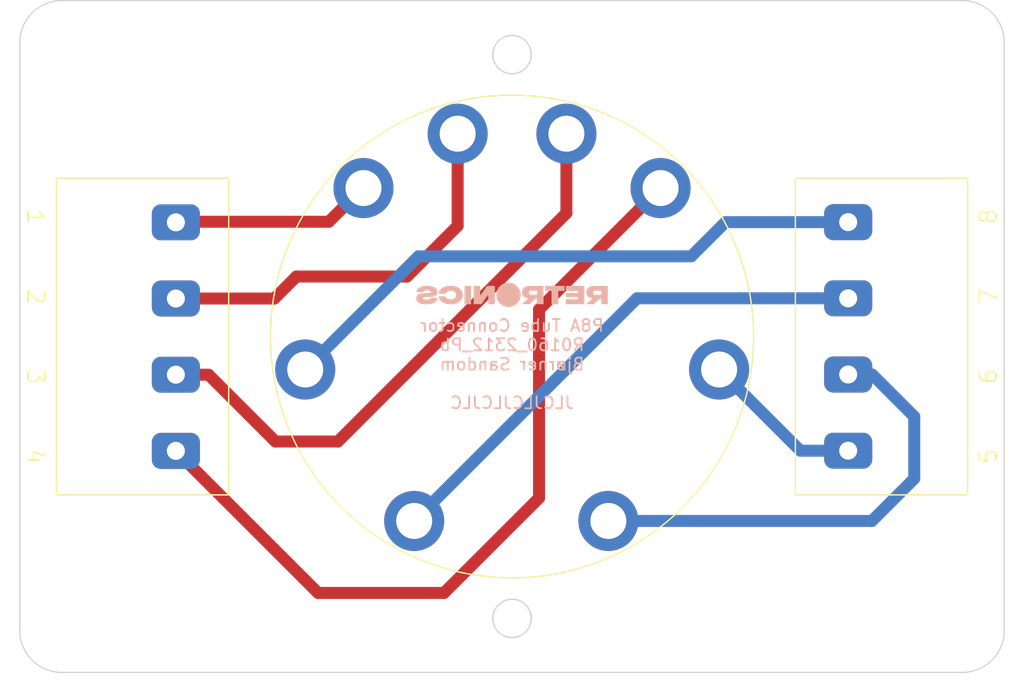
<source format=kicad_pcb>
(kicad_pcb (version 20221018) (generator pcbnew)
  (layers (0 "F.Cu" signal) (31 "B.Cu" signal) (34 "B.Paste" user) (35 "F.Paste" user) (36 "B.SilkS" user "B.Silkscreen") (37 "F.SilkS" user "F.Silkscreen") (38 "B.Mask" user) (39 "F.Mask" user) (44 "Edge.Cuts" user))
  (net 0 "")
  (net 1 "Net-(J1-Pin_1)")
  (net 2 "Net-(J1-Pin_2)")
  (net 3 "Net-(J1-Pin_3)")
  (net 4 "Net-(J1-Pin_4)")
  (net 5 "Net-(J1-Pin_5)")
  (net 6 "Net-(J1-Pin_6)")
  (net 7 "Net-(J1-Pin_7)")
  (net 8 "Net-(J1-Pin_8)")
  (footprint "MountingHole:MountingHole_3.2mm_M3" (layer "F.Cu") (at 89.5 123.5)
    (fp_text reference "H3" hide)
    (fp_text value "MountingHole")
    (pad "" np_thru_hole circle (at 0 0) (size 3.2 3.2) (drill 3.2) (layers "*.Cu" "*.Mask"))
  )
  (footprint "MountingHole:MountingHole_3.2mm_M3" (layer "F.Cu") (at 164.5 123.5)
    (fp_text reference "H4" hide)
    (fp_text value "MountingHole")
    (pad "" np_thru_hole circle locked (at 0 0) (size 3.2 3.2) (drill 3.2) (layers "*.Cu" "*.Mask"))
  )
  (footprint "Retronics_Connectors:TubeSocket_P8A" (layer "F.Cu") (at 127 99)
    (fp_text reference "J1" hide)
    (fp_text value "P8A Socket")
    (fp_circle (center 0 0) (end 0 20.12) (stroke (width 0.12)) (fill none) (layer "F.SilkS"))
    (fp_circle (center 0 -23.5) (end 1.6 -23.5) (stroke (width 0.12)) (fill none) (layer "Edge.Cuts"))
    (fp_circle (center 0 23.5) (end 1.6 23.5) (stroke (width 0.12)) (fill none) (layer "Edge.Cuts"))
    (pad "1" thru_hole oval locked (at -12.374368 -12.374368) (size 5 5) (drill 3) (layers "*.Cu" "*.Mask") (net 1 "Net-(J1-Pin_1)"))
    (pad "2" thru_hole oval locked (at -4.529333 -16.903701) (size 5 5) (drill 3) (layers "*.Cu" "*.Mask") (net 2 "Net-(J1-Pin_2)"))
    (pad "3" thru_hole oval locked (at 4.529333 -16.903701) (size 5 5) (drill 3) (layers "*.Cu" "*.Mask") (net 3 "Net-(J1-Pin_3)"))
    (pad "4" thru_hole oval locked (at 12.374368 -12.374368) (size 5 5) (drill 3) (layers "*.Cu" "*.Mask") (net 4 "Net-(J1-Pin_4)"))
    (pad "5" thru_hole oval locked (at 17.25 2.75) (size 5 5) (drill 3) (layers "*.Cu" "*.Mask") (net 5 "Net-(J1-Pin_5)"))
    (pad "6" thru_hole oval locked (at 8.025 15.375) (size 5 5) (drill 3) (layers "*.Cu" "*.Mask") (net 6 "Net-(J1-Pin_6)"))
    (pad "7" thru_hole oval locked (at -8.15 15.375) (size 5 5) (drill 3) (layers "*.Cu" "*.Mask") (net 7 "Net-(J1-Pin_7)"))
    (pad "8" thru_hole oval locked (at -17.225 2.75) (size 5 5) (drill 3) (layers "*.Cu" "*.Mask") (net 8 "Net-(J1-Pin_8)"))
  )
  (footprint "MountingHole:MountingHole_3.2mm_M3" (layer "F.Cu") (at 89.5 74.5)
    (fp_text reference "H1" hide)
    (fp_text value "MountingHole")
    (pad "" np_thru_hole circle (at 0 0) (size 3.2 3.2) (drill 3.2) (layers "*.Cu" "*.Mask"))
  )
  (footprint "Retronics_Connectors:ScrewTerminal_JL635_4" (layer "F.Cu") (at 155 108.517 90)
    (fp_text reference "J3" hide)
    (fp_text value "ScrewTerminal")
    (fp_line (start -3.683 -4.4) (end -3.683 9.95) (stroke (width 0.12)) (layer "F.SilkS"))
    (fp_line (start -3.683 -4.4) (end 22.717 -4.4) (stroke (width 0.12)) (layer "F.SilkS"))
    (fp_line (start -3.683 9.95) (end 22.717 9.95) (stroke (width 0.12)) (layer "F.SilkS"))
    (fp_line (start 22.717 -4.4) (end 22.717 9.95) (stroke (width 0.12)) (layer "F.SilkS"))
    (pad "1" thru_hole roundrect (at 0 0 90) (size 3 4) (drill 1.5) (layers "*.Cu" "*.Mask") (net 5 "Net-(J1-Pin_5)"))
    (pad "2" thru_hole roundrect (at 6.35 0 90) (size 3 4) (drill 1.5) (layers "*.Cu" "*.Mask") (net 6 "Net-(J1-Pin_6)"))
    (pad "3" thru_hole roundrect (at 12.7 0 90) (size 3 4) (drill 1.5) (layers "*.Cu" "*.Mask") (net 7 "Net-(J1-Pin_7)"))
    (pad "4" thru_hole roundrect (at 19.05 0 90) (size 3 4) (drill 1.5) (layers "*.Cu" "*.Mask") (net 8 "Net-(J1-Pin_8)"))
  )
  (footprint "MountingHole:MountingHole_3.2mm_M3" (layer "F.Cu") (at 164.5 74.5)
    (fp_text reference "H2" hide)
    (fp_text value "MountingHole")
    (pad "" np_thru_hole circle (at 0 0) (size 3.2 3.2) (drill 3.2) (layers "*.Cu" "*.Mask"))
  )
  (footprint "Retronics_Connectors:ScrewTerminal_JL635_4" (layer "F.Cu") (at 99 89.483 -90)
    (fp_text reference "J2" hide)
    (fp_text value "ScrewTerminal")
    (fp_line (start -3.683 -4.4) (end -3.683 9.95) (stroke (width 0.12)) (layer "F.SilkS"))
    (fp_line (start -3.683 -4.4) (end 22.717 -4.4) (stroke (width 0.12)) (layer "F.SilkS"))
    (fp_line (start -3.683 9.95) (end 22.717 9.95) (stroke (width 0.12)) (layer "F.SilkS"))
    (fp_line (start 22.717 -4.4) (end 22.717 9.95) (stroke (width 0.12)) (layer "F.SilkS"))
    (pad "1" thru_hole roundrect (at 0 0 270) (size 3 4) (drill 1.5) (layers "*.Cu" "*.Mask") (net 1 "Net-(J1-Pin_1)"))
    (pad "2" thru_hole roundrect (at 6.35 0 270) (size 3 4) (drill 1.5) (layers "*.Cu" "*.Mask") (net 2 "Net-(J1-Pin_2)"))
    (pad "3" thru_hole roundrect (at 12.7 0 270) (size 3 4) (drill 1.5) (layers "*.Cu" "*.Mask") (net 3 "Net-(J1-Pin_3)"))
    (pad "4" thru_hole roundrect (at 19.05 0 270) (size 3 4) (drill 1.5) (layers "*.Cu" "*.Mask") (net 4 "Net-(J1-Pin_4)"))
  )
  (footprint "Icons_Graphics:retronics_logo_18mm" (layer "B.Cu") (at 126.995721 95.5 180)
    (fp_text reference "G***" hide)
    (fp_text value "LOGO" hide)
    (fp_poly (pts (xy 3.955266 -0.805436) (xy 3.40872 -0.805436) (xy 3.40872 0.71914) (xy 3.955266 0.71914)) (fill solid) (layer "B.SilkS"))
    (fp_poly (pts (xy -2.761495 0.302039) (xy -3.293658 0.302039) (xy -3.293658 -0.805436) (xy -3.854587 -0.805436) (xy -3.854587 0.302039) (xy -4.38675 0.302039) (xy -4.38675 0.71914) (xy -2.761495 0.71914)) (fill solid) (layer "B.SilkS"))
    (fp_poly (pts (xy -4.48743 0.302416) (xy -4.98004 0.298632) (xy -5.472651 0.294847) (xy -5.481277 0.129445) (xy -4.48743 0.129445) (xy -4.48743 -0.229747) (xy -4.98004 -0.233531) (xy -5.472651 -0.237316) (xy -5.476998 -0.312825) (xy -5.481345 -0.388335) (xy -4.48743 -0.388335) (xy -4.48743 -0.805436) (xy -6.026388 -0.805436) (xy -6.026388 0.71914) (xy -4.48743 0.71914)) (fill solid) (layer "B.SilkS"))
    (fp_poly (pts (xy 3.192978 -0.805436) (xy 2.872961 -0.805087) (xy 2.552944 -0.804739) (xy 2.280299 -0.423734) (xy 2.214135 -0.332041) (xy 2.152853 -0.248582) (xy 2.098533 -0.176073) (xy 2.053252 -0.117232) (xy 2.019088 -0.074775) (xy 1.998121 -0.051418) (xy 1.992644 -0.047726) (xy 1.987361 -0.063863) (xy 1.98283 -0.10803) (xy 1.979086 -0.1795) (xy 1.976165 -0.277548) (xy 1.974102 -0.401446) (xy 1.973798 -0.429079) (xy 1.969964 -0.805436) (xy 1.423895 -0.805436) (xy 1.423895 0.71914) (xy 1.751104 0.718799) (xy 2.078312 0.718459) (xy 2.344394 0.32352) (xy 2.408635 0.22894) (xy 2.468368 0.142469) (xy 2.521582 0.066903) (xy 2.566267 0.00504) (xy 2.600413 -0.040323) (xy 2.622008 -0.06639) (xy 2.628454 -0.071666) (xy 2.63402 -0.065491) (xy 2.638394 -0.045108) (xy 2.641692 -0.007986) (xy 2.644028 0.048404) (xy 2.645517 0.126594) (xy 2.646275 0.229114) (xy 2.646432 0.323613) (xy 2.646432 0.71914) (xy 3.192978 0.71914)) (fill solid) (layer "B.SilkS"))
    (fp_poly (pts (xy 0.396381 0.986764) (xy 0.497528 0.971676) (xy 0.562636 0.95378) (xy 0.640126 0.926853) (xy 0.717076 0.89555) (xy 0.747204 0.881701) (xy 0.813643 0.847917) (xy 0.867514 0.815016) (xy 0.917634 0.776569) (xy 0.97282 0.726144) (xy 1.007961 0.69154) (xy 1.067562 0.629926) (xy 1.111702 0.578155) (xy 1.14681 0.527411) (xy 1.179317 0.468877) (xy 1.198121 0.430784) (xy 1.25434 0.297431) (xy 1.28943 0.1717) (xy 1.30539 0.04411) (xy 1.305202 -0.077163) (xy 1.283079 -0.246235) (xy 1.235265 -0.405192) (xy 1.163705 -0.551795) (xy 1.070343 -0.683805) (xy 0.957124 -0.798984) (xy 0.825993 -0.895094) (xy 0.678894 -0.969895) (xy 0.517771 -1.02115) (xy 0.477875 -1.029575) (xy 0.394573 -1.041211) (xy 0.303279 -1.047051) (xy 0.215925 -1.04673) (xy 0.144443 -1.039883) (xy 0.143827 -1.039777) (xy -0.027482 -0.996382) (xy -0.185131 -0.928824) (xy -0.327192 -0.838507) (xy -0.451737 -0.726835) (xy -0.556839 -0.595212) (xy -0.623335 -0.48109) (xy -0.685736 -0.326396) (xy -0.721165 -0.16846) (xy -0.730784 -0.010032) (xy -0.715754 0.146135) (xy -0.677238 0.297291) (xy -0.616396 0.440685) (xy -0.534392 0.573564) (xy -0.432388 0.693179) (xy -0.311544 0.796778) (xy -0.173023 0.881609) (xy -0.021575 0.943777) (xy 0.111868 0.975467) (xy 0.254957 0.989999)) (fill solid) (layer "B.SilkS"))
    (fp_poly (pts (xy -7.360391 0.719031) (xy -7.214601 0.718652) (xy -7.078431 0.71761) (xy -6.95497 0.715971) (xy -6.847304 0.713798) (xy -6.758519 0.711157) (xy -6.691704 0.708113) (xy -6.649946 0.704729) (xy -6.644848 0.704014) (xy -6.518565 0.671802) (xy -6.409212 0.618883) (xy -6.318886 0.546699) (xy -6.249684 0.456691) (xy -6.22947 0.418345) (xy -6.211939 0.377559) (xy -6.200811 0.339872) (xy -6.194687 0.296666) (xy -6.192164 0.239323) (xy -6.19179 0.186636) (xy -6.192403 0.11669) (xy -6.195374 0.066614) (xy -6.202402 0.027518) (xy -6.215184 -0.009487) (xy -6.235419 -0.053288) (xy -6.239036 -0.060656) (xy -6.298871 -0.153859) (xy -6.377441 -0.227087) (xy -6.476398 -0.281543) (xy -6.591569 -0.317154) (xy -6.636989 -0.328463) (xy -6.669495 -0.338839) (xy -6.680519 -0.344725) (xy -6.671639 -0.356182) (xy -6.643701 -0.3835) (xy -6.599647 -0.424005) (xy -6.54242 -0.475026) (xy -6.47496 -0.533889) (xy -6.425941 -0.576009) (xy -6.165769 -0.798244) (xy -6.499907 -0.802108) (xy -6.834045 -0.805971) (xy -7.078935 -0.571983) (xy -7.157382 -0.497324) (xy -7.218255 -0.440385) (xy -7.264567 -0.398795) (xy -7.299331 -0.370184) (xy -7.325559 -0.35218) (xy -7.346265 -0.342412) (xy -7.364461 -0.338509) (xy -7.376268 -0.337995) (xy -7.428709 -0.337995) (xy -7.432661 -0.571715) (xy -7.436613 -0.805436) (xy -7.982447 -0.805436) (xy -7.982447 -0.014382) (xy -7.436843 -0.014382) (xy -7.159503 -0.01436) (xy -7.059696 -0.013999) (xy -6.984202 -0.012707) (xy -6.928572 -0.010142) (xy -6.888359 -0.005962) (xy -6.859117 0.000174) (xy -6.836397 0.008608) (xy -6.831824 0.01081) (xy -6.786806 0.047738) (xy -6.760221 0.099328) (xy -6.752345 0.15793) (xy -6.763456 0.215893) (xy -6.79383 0.265568) (xy -6.821768 0.288427) (xy -6.839827 0.298198) (xy -6.860415 0.305321) (xy -6.887956 0.310128) (xy -6.926872 0.312951) (xy -6.981587 0.314122) (xy -7.056522 0.313973) (xy -7.148245 0.312941) (xy -7.428709 0.30923) (xy -7.436843 -0.014382) (xy -7.982447 -0.014382) (xy -7.982447 0.71914)) (fill solid) (layer "B.SilkS"))
    (fp_poly (pts (xy -2.009995 0.719031) (xy -1.864205 0.718652) (xy -1.728035 0.71761) (xy -1.604574 0.715971) (xy -1.496907 0.713798) (xy -1.408123 0.711157) (xy -1.341308 0.708113) (xy -1.299549 0.704729) (xy -1.294451 0.704014) (xy -1.168169 0.671802) (xy -1.058815 0.618883) (xy -0.968489 0.546699) (xy -0.899288 0.456691) (xy -0.879074 0.418345) (xy -0.861542 0.377559) (xy -0.850415 0.339872) (xy -0.844291 0.296666) (xy -0.841767 0.239323) (xy -0.841393 0.186636) (xy -0.842006 0.11669) (xy -0.844978 0.066614) (xy -0.852005 0.027518) (xy -0.864788 -0.009487) (xy -0.885023 -0.053288) (xy -0.88864 -0.060656) (xy -0.948474 -0.153859) (xy -1.027045 -0.227087) (xy -1.126002 -0.281543) (xy -1.241172 -0.317154) (xy -1.286593 -0.328463) (xy -1.319099 -0.338839) (xy -1.330123 -0.344725) (xy -1.321243 -0.356182) (xy -1.293305 -0.3835) (xy -1.249251 -0.424005) (xy -1.192023 -0.475026) (xy -1.124563 -0.533889) (xy -1.075544 -0.576009) (xy -0.815373 -0.798244) (xy -1.149511 -0.802108) (xy -1.483649 -0.805971) (xy -1.728539 -0.571983) (xy -1.806986 -0.497324) (xy -1.867859 -0.440385) (xy -1.914171 -0.398795) (xy -1.948934 -0.370184) (xy -1.975163 -0.35218) (xy -1.995869 -0.342412) (xy -2.014065 -0.338509) (xy -2.025871 -0.337995) (xy -2.078313 -0.337995) (xy -2.082265 -0.571715) (xy -2.086217 -0.805436) (xy -2.63205 -0.805436) (xy -2.63205 -0.014382) (xy -2.086447 -0.014382) (xy -1.809107 -0.01436) (xy -1.7093 -0.013999) (xy -1.633805 -0.012707) (xy -1.578175 -0.010142) (xy -1.537963 -0.005962) (xy -1.508721 0.000174) (xy -1.486001 0.008608) (xy -1.481427 0.01081) (xy -1.43641 0.047738) (xy -1.409824 0.099328) (xy -1.401948 0.15793) (xy -1.413059 0.215893) (xy -1.443434 0.265568) (xy -1.471371 0.288427) (xy -1.489431 0.298198) (xy -1.510019 0.305321) (xy -1.53756 0.310128) (xy -1.576476 0.312951) (xy -1.63119 0.314122) (xy -1.706125 0.313973) (xy -1.797849 0.312941) (xy -2.078313 0.30923) (xy -2.086447 -0.014382) (xy -2.63205 -0.014382) (xy -2.63205 0.71914)) (fill solid) (layer "B.SilkS"))
    (fp_poly (pts (xy 5.268274 0.720805) (xy 5.371739 0.711055) (xy 5.443782 0.698824) (xy 5.596378 0.655029) (xy 5.733297 0.595551) (xy 5.852418 0.522209) (xy 5.95162 0.436823) (xy 6.028782 0.341212) (xy 6.081785 0.237196) (xy 6.108259 0.128723) (xy 6.11669 0.057531) (xy 5.828 0.057531) (xy 5.730006 0.057648) (xy 5.65695 0.058251) (xy 5.605004 0.059722) (xy 5.570341 0.062442) (xy 5.549132 0.066794) (xy 5.537551 0.073158) (xy 5.53177 0.081916) (xy 5.529881 0.087242) (xy 5.514767 0.116084) (xy 5.487985 0.153286) (xy 5.476271 0.167271) (xy 5.406635 0.226219) (xy 5.318218 0.26996) (xy 5.217096 0.297759) (xy 5.109346 0.308883) (xy 5.001045 0.302599) (xy 4.89827 0.278174) (xy 4.825424 0.245818) (xy 4.753806 0.190247) (xy 4.701546 0.117959) (xy 4.669761 0.034478) (xy 4.659567 -0.054672) (xy 4.67208 -0.143965) (xy 4.708419 -0.227877) (xy 4.724795 -0.252067) (xy 4.782225 -0.306774) (xy 4.860097 -0.348939) (xy 4.9526 -0.37777) (xy 5.053922 -0.392478) (xy 5.158248 -0.392272) (xy 5.259768 -0.37636) (xy 5.352668 -0.343951) (xy 5.362999 -0.338897) (xy 5.420507 -0.302334) (xy 5.473028 -0.255952) (xy 5.512822 -0.207423) (xy 5.529881 -0.173538) (xy 5.534211 -0.163455) (xy 5.542451 -0.155955) (xy 5.558431 -0.150657) (xy 5.585978 -0.147179) (xy 5.628922 -0.145139) (xy 5.69109 -0.144156) (xy 5.776311 -0.143848) (xy 5.827868 -0.143828) (xy 6.116425 -0.143828) (xy 6.109362 -0.206486) (xy 6.093734 -0.27431) (xy 6.063443 -0.352286) (xy 6.023388 -0.429483) (xy 5.982013 -0.490562) (xy 5.907191 -0.566575) (xy 5.809642 -0.637222) (xy 5.695323 -0.699256) (xy 5.570196 -0.74943) (xy 5.443884 -0.783748) (xy 5.365682 -0.796097) (xy 5.269733 -0.805505) (xy 5.16505 -0.811621) (xy 5.060646 -0.814093) (xy 4.965533 -0.812569) (xy 4.888724 -0.806698) (xy 4.881345 -0.80571) (xy 4.713206 -0.771125) (xy 4.560767 -0.717984) (xy 4.426259 -0.647576) (xy 4.31191 -0.561188) (xy 4.219949 -0.46011) (xy 4.180987 -0.400914) (xy 4.13122 -0.28819) (xy 4.102556 -0.16259) (xy 4.094832 -0.030609) (xy 4.107882 0.101257) (xy 4.141545 0.226515) (xy 4.195657 0.338669) (xy 4.199779 0.345196) (xy 4.276612 0.440297) (xy 4.377709 0.526182) (xy 4.499395 0.600485) (xy 4.637995 0.660841) (xy 4.739127 0.692469) (xy 4.820045 0.708175) (xy 4.921365 0.718933) (xy 5.035141 0.724672) (xy 5.153426 0.72532)) (fill solid) (layer "B.SilkS"))
    (fp_poly (pts (xy 7.230945 0.722033) (xy 7.354879 0.706754) (xy 7.457522 0.687737) (xy 7.546287 0.663146) (xy 7.628588 0.631144) (xy 7.663413 0.614853) (xy 7.772486 0.54829) (xy 7.859135 0.467067) (xy 7.921748 0.373128) (xy 7.958713 0.26842) (xy 7.961336 0.255295) (xy 7.971264 0.201359) (xy 7.405277 0.201359) (xy 7.370302 0.242925) (xy 7.320652 0.285344) (xy 7.251975 0.315509) (xy 7.161267 0.334448) (xy 7.082134 0.341629) (xy 6.981857 0.342618) (xy 6.904014 0.332441) (xy 6.844152 0.310157) (xy 6.806653 0.283377) (xy 6.778837 0.242457) (xy 6.776172 0.198685) (xy 6.798288 0.159741) (xy 6.81319 0.147755) (xy 6.828411 0.139798) (xy 6.849451 0.133413) (xy 6.879841 0.128309) (xy 6.923112 0.124188) (xy 6.982796 0.120759) (xy 7.062423 0.117725) (xy 7.165525 0.114793) (xy 7.226695 0.11328) (xy 7.344603 0.110214) (xy 7.437913 0.107086) (xy 7.510791 0.10355) (xy 7.567404 0.099257) (xy 7.611917 0.093858) (xy 7.648497 0.087005) (xy 7.68131 0.078351) (xy 7.69479 0.074154) (xy 7.789567 0.033538) (xy 7.862556 -0.021831) (xy 7.918697 -0.096078) (xy 7.934721 -0.126143) (xy 7.956286 -0.174792) (xy 7.96839 -0.218214) (xy 7.973405 -0.268381) (xy 7.973888 -0.323612) (xy 7.968398 -0.410971) (xy 7.954497 -0.477174) (xy 7.948457 -0.49293) (xy 7.906479 -0.562329) (xy 7.846533 -0.629893) (xy 7.778133 -0.68529) (xy 7.762175 -0.695241) (xy 7.664518 -0.740197) (xy 7.543949 -0.77537) (xy 7.404796 -0.800222) (xy 7.251388 -0.814218) (xy 7.088053 -0.816819) (xy 6.919118 -0.80749) (xy 6.884725 -0.804112) (xy 6.728667 -0.778744) (xy 6.587074 -0.737823) (xy 6.463547 -0.682765) (xy 6.361683 -0.614986) (xy 6.328222 -0.585035) (xy 6.277556 -0.525169) (xy 6.236095 -0.456887) (xy 6.208434 -0.389111) (xy 6.199121 -0.334399) (xy 6.19898 -0.287655) (xy 6.747383 -0.287655) (xy 6.782609 -0.329519) (xy 6.831616 -0.369759) (xy 6.902836 -0.399339) (xy 6.998079 -0.418831) (xy 7.094145 -0.427618) (xy 7.206625 -0.428876) (xy 7.293285 -0.418662) (xy 7.354804 -0.396695) (xy 7.39186 -0.362697) (xy 7.405131 -0.316388) (xy 7.40455 -0.299788) (xy 7.395173 -0.263102) (xy 7.370235 -0.238074) (xy 7.349603 -0.226551) (xy 7.327978 -0.217654) (xy 7.300889 -0.211082) (xy 7.263947 -0.206504) (xy 7.212763 -0.203587) (xy 7.142948 -0.202) (xy 7.050113 -0.201412) (xy 7.016244 -0.201381) (xy 6.857422 -0.199599) (xy 6.724161 -0.193858) (xy 6.61345 -0.183524) (xy 6.522276 -0.167964) (xy 6.447628 -0.146545) (xy 6.386494 -0.118633) (xy 6.335862 -0.083596) (xy 6.301965 -0.051174) (xy 6.244563 0.031314) (xy 6.210995 0.125143) (xy 6.201485 0.225217) (xy 6.216259 0.326437) (xy 6.255545 0.423709) (xy 6.279205 0.461865) (xy 6.344186 0.532317) (xy 6.433269 0.593627) (xy 6.542984 0.644846) (xy 6.669859 0.685024) (xy 6.810423 0.713213) (xy 6.961205 0.728464) (xy 7.118733 0.729828)) (fill solid) (layer "B.SilkS"))
  )
  (gr_arc (start 168 123.5) (mid 166.974874 125.974874) (end 164.5 127) (stroke (width 0.1)) (layer "Edge.Cuts"))
  (gr_arc (start 164.5 71) (mid 166.974874 72.025126) (end 168 74.5) (stroke (width 0.1)) (layer "Edge.Cuts"))
  (gr_line (start 89.5 127) (end 164.5 127) (stroke (width 0.1)) (layer "Edge.Cuts"))
  (gr_line (start 164.5 71) (end 89.5 71) (stroke (width 0.1)) (layer "Edge.Cuts"))
  (gr_line (start 86 74.5) (end 86 123.5) (stroke (width 0.1)) (layer "Edge.Cuts"))
  (gr_line (start 168 123.5) (end 168 74.5) (stroke (width 0.1)) (layer "Edge.Cuts"))
  (gr_arc (start 89.5 127) (mid 87.025126 125.974874) (end 86 123.5) (stroke (width 0.1)) (layer "Edge.Cuts"))
  (gr_arc (start 86 74.5) (mid 87.025126 72.025126) (end 89.5 71) (stroke (width 0.1)) (layer "Edge.Cuts"))
  (gr_text "P8A Tube Connector\nR0160_2312_Pb\nBjørner Sandom\n\nJLCJLCJLCJLC\n" (at 127 97.5) (layer "B.SilkS") (effects (font (size 1 1)) (justify top mirror)))
  (gr_text "1     2     3     4" (at 86.5 88.248332 270) (layer "F.SilkS") (effects (font (size 1.4 1.4)) (justify left bottom)))
  (gr_text "5     6     7     8" (at 167.5 109.751669 90) (layer "F.SilkS") (effects (font (size 1.4 1.4)) (justify left bottom)))
  (segment (start 99.05 89.433) (end 111.743264 89.433) (width 1) (layer "F.Cu") (net 1))
  (segment (start 111.743264 89.433) (end 114.600632 86.575632) (width 1) (layer "F.Cu") (net 1))
  (segment (start 98.5 89.483) (end 99 89.483) (width 1) (layer "F.Cu") (net 1))
  (segment (start 99 89.483) (end 99.05 89.433) (width 1) (layer "F.Cu") (net 1))
  (segment (start 109.039718 94) (end 118.25 94) (width 1) (layer "F.Cu") (net 2))
  (segment (start 118.25 94) (end 122.470667 89.779333) (width 1) (layer "F.Cu") (net 2))
  (segment (start 107.206718 95.833) (end 109.039718 94) (width 1) (layer "F.Cu") (net 2))
  (segment (start 99 95.833) (end 107.206718 95.833) (width 1) (layer "F.Cu") (net 2))
  (segment (start 122.470667 89.779333) (end 122.470667 82.096299) (width 1) (layer "F.Cu") (net 2))
  (segment (start 107.289718 107.75) (end 112.5 107.75) (width 1) (layer "F.Cu") (net 3))
  (segment (start 101.722718 102.183) (end 107.289718 107.75) (width 1) (layer "F.Cu") (net 3))
  (segment (start 99 102.183) (end 101.722718 102.183) (width 1) (layer "F.Cu") (net 3))
  (segment (start 112.5 107.75) (end 131.529333 88.720667) (width 1) (layer "F.Cu") (net 3))
  (segment (start 131.529333 88.720667) (end 131.529333 82.096299) (width 1) (layer "F.Cu") (net 3))
  (segment (start 129.25 112.460282) (end 129.25 96.75) (width 1) (layer "F.Cu") (net 4))
  (segment (start 99 108.533) (end 110.842 120.375) (width 1) (layer "F.Cu") (net 4))
  (segment (start 129.25 96.75) (end 139.374368 86.625632) (width 1) (layer "F.Cu") (net 4))
  (segment (start 110.842 120.375) (end 121.335282 120.375) (width 1) (layer "F.Cu") (net 4))
  (segment (start 121.335282 120.375) (end 129.25 112.460282) (width 1) (layer "F.Cu") (net 4))
  (segment (start 151.017 108.517) (end 144.25 101.75) (width 1) (layer "B.Cu") (net 5))
  (segment (start 155 108.517) (end 151.017 108.517) (width 1) (layer "B.Cu") (net 5))
  (segment (start 160.5 110.85063) (end 160.5 105.667) (width 1) (layer "B.Cu") (net 6))
  (segment (start 160.5 105.667) (end 157 102.167) (width 1) (layer "B.Cu") (net 6))
  (segment (start 156.97563 114.375) (end 160.5 110.85063) (width 1) (layer "B.Cu") (net 6))
  (segment (start 157 102.167) (end 155 102.167) (width 1) (layer "B.Cu") (net 6))
  (segment (start 135.025 114.375) (end 156.97563 114.375) (width 1) (layer "B.Cu") (net 6))
  (segment (start 137.408 95.817) (end 155 95.817) (width 1) (layer "B.Cu") (net 7))
  (segment (start 118.85 114.375) (end 137.408 95.817) (width 1) (layer "B.Cu") (net 7))
  (segment (start 155.725 95.817) (end 155 95.817) (width 1) (layer "B.Cu") (net 7))
  (segment (start 119.208 92.317) (end 109.775 101.75) (width 1) (layer "B.Cu") (net 8))
  (segment (start 144.783 89.467) (end 141.933 92.317) (width 1) (layer "B.Cu") (net 8))
  (segment (start 141.933 92.317) (end 119.208 92.317) (width 1) (layer "B.Cu") (net 8))
  (segment (start 155 89.467) (end 144.783 89.467) (width 1) (layer "B.Cu") (net 8))
)
</source>
